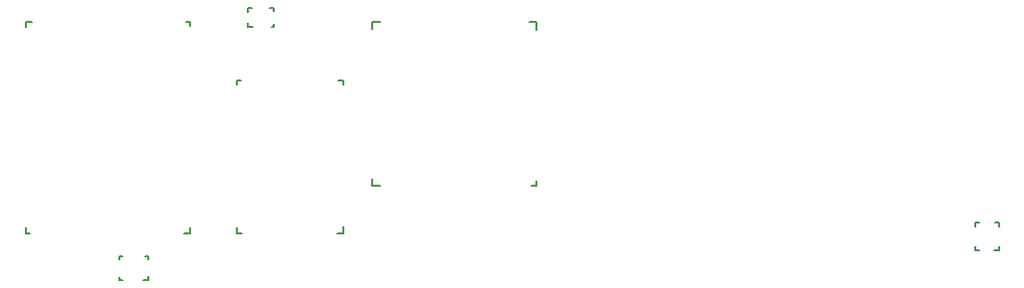
<source format=gbr>
G04 #@! TF.GenerationSoftware,KiCad,Pcbnew,(2018-01-10 revision 7e6a654)-master*
G04 #@! TF.CreationDate,2018-02-04T00:37:41+01:00*
G04 #@! TF.ProjectId,jiffy,6A696666792E6B696361645F70636200,rev?*
G04 #@! TF.SameCoordinates,Original*
G04 #@! TF.FileFunction,Other,ECO2*
%FSLAX46Y46*%
G04 Gerber Fmt 4.6, Leading zero omitted, Abs format (unit mm)*
G04 Created by KiCad (PCBNEW (2018-01-10 revision 7e6a654)-master) date 2018 February 04, Sunday 00:37:41*
%MOMM*%
%LPD*%
G01*
G04 APERTURE LIST*
%ADD10C,0.200000*%
G04 APERTURE END LIST*
D10*
X184300000Y-102000000D02*
X184300000Y-101600000D01*
X183900000Y-102000000D02*
X184300000Y-102000000D01*
X182300000Y-102000000D02*
X182600000Y-102000000D01*
X182300000Y-101950000D02*
X182300000Y-102000000D01*
X182300000Y-101650000D02*
X182300000Y-101950000D01*
X182300000Y-99600000D02*
X182300000Y-99900000D01*
X182600000Y-99600000D02*
X182300000Y-99600000D01*
X184300000Y-99600000D02*
X184300000Y-99950000D01*
X184250000Y-99600000D02*
X184300000Y-99600000D01*
X183950000Y-99600000D02*
X184250000Y-99600000D01*
X120450000Y-81300000D02*
X120400000Y-81300000D01*
X120750000Y-81300000D02*
X120450000Y-81300000D01*
X120400000Y-81650000D02*
X120400000Y-81350000D01*
X120400000Y-82900000D02*
X120800000Y-82900000D01*
X120400000Y-82550000D02*
X120400000Y-82900000D01*
X122600000Y-82900000D02*
X122600000Y-82650000D01*
X122400000Y-82900000D02*
X122600000Y-82900000D01*
X122600000Y-81300000D02*
X122600000Y-81600000D01*
X122300000Y-81300000D02*
X122600000Y-81300000D01*
X111900000Y-104500000D02*
X111900000Y-104200000D01*
X111550000Y-104500000D02*
X111900000Y-104500000D01*
X109500000Y-104500000D02*
X109750000Y-104500000D01*
X109500000Y-104250000D02*
X109500000Y-104500000D01*
X111900000Y-102500000D02*
X111900000Y-102750000D01*
X111650000Y-102500000D02*
X111900000Y-102500000D01*
X109500000Y-102500000D02*
X109750000Y-102500000D01*
X109500000Y-102500000D02*
X109500000Y-102750000D01*
X101500000Y-100500000D02*
X101900000Y-100500000D01*
X101500000Y-100050000D02*
X101500000Y-100500000D01*
X115500000Y-100500000D02*
X115500000Y-100050000D01*
X115000000Y-100500000D02*
X115500000Y-100500000D01*
X115500000Y-82500000D02*
X115500000Y-82800000D01*
X115150000Y-82500000D02*
X115500000Y-82500000D01*
X101500000Y-82500000D02*
X101500000Y-82900000D01*
X102000000Y-82500000D02*
X101500000Y-82500000D01*
X119500000Y-87500000D02*
X119800000Y-87500000D01*
X119500000Y-87800000D02*
X119500000Y-87500000D01*
X128500000Y-87500000D02*
X128500000Y-87850000D01*
X128100000Y-87500000D02*
X128500000Y-87500000D01*
X128500000Y-100500000D02*
X128500000Y-99950000D01*
X128050000Y-100500000D02*
X128500000Y-100500000D01*
X119500000Y-100500000D02*
X119900000Y-100500000D01*
X119500000Y-100000000D02*
X119500000Y-100500000D01*
X131000000Y-96500000D02*
X131700000Y-96500000D01*
X131000000Y-95850000D02*
X131000000Y-96500000D01*
X145000000Y-96500000D02*
X145000000Y-96050000D01*
X144550000Y-96500000D02*
X145000000Y-96500000D01*
X145000000Y-82500000D02*
X145000000Y-83150000D01*
X144400000Y-82500000D02*
X145000000Y-82500000D01*
X131000000Y-82500000D02*
X131000000Y-83050000D01*
X131700000Y-82500000D02*
X131000000Y-82500000D01*
M02*

</source>
